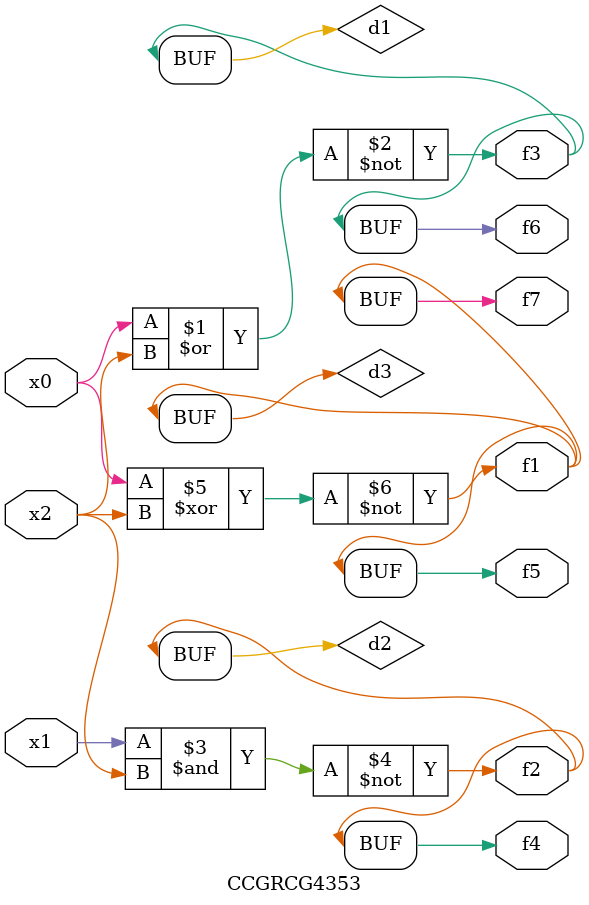
<source format=v>
module CCGRCG4353(
	input x0, x1, x2,
	output f1, f2, f3, f4, f5, f6, f7
);

	wire d1, d2, d3;

	nor (d1, x0, x2);
	nand (d2, x1, x2);
	xnor (d3, x0, x2);
	assign f1 = d3;
	assign f2 = d2;
	assign f3 = d1;
	assign f4 = d2;
	assign f5 = d3;
	assign f6 = d1;
	assign f7 = d3;
endmodule

</source>
